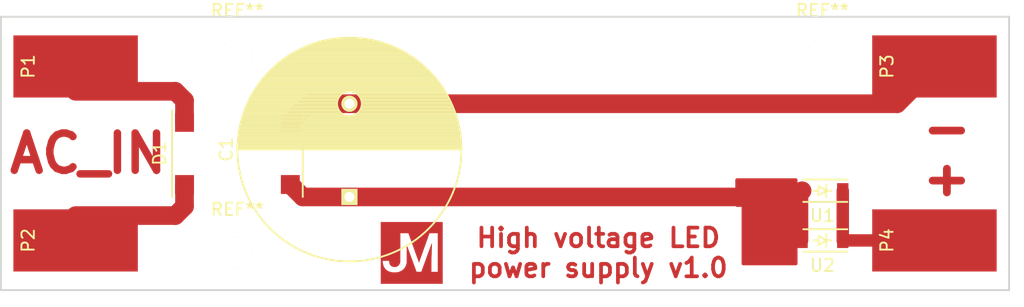
<source format=kicad_pcb>
(kicad_pcb (version 4) (host pcbnew 4.0.2-stable)

  (general
    (links 0)
    (no_connects 9)
    (area 0 0 0 0)
    (thickness 1.6)
    (drawings 7)
    (tracks 17)
    (zones 0)
    (modules 12)
    (nets 6)
  )

  (page A4)
  (layers
    (0 F.Cu signal)
    (31 B.Cu signal)
    (32 B.Adhes user)
    (33 F.Adhes user)
    (34 B.Paste user)
    (35 F.Paste user)
    (36 B.SilkS user)
    (37 F.SilkS user)
    (38 B.Mask user)
    (39 F.Mask user)
    (40 Dwgs.User user)
    (41 Cmts.User user)
    (42 Eco1.User user)
    (43 Eco2.User user)
    (44 Edge.Cuts user)
    (45 Margin user)
    (46 B.CrtYd user)
    (47 F.CrtYd user)
    (48 B.Fab user)
    (49 F.Fab user)
  )

  (setup
    (last_trace_width 1.5)
    (trace_clearance 0.2)
    (zone_clearance 1)
    (zone_45_only no)
    (trace_min 0.2)
    (segment_width 0.2)
    (edge_width 0.15)
    (via_size 0.6)
    (via_drill 0.4)
    (via_min_size 0.4)
    (via_min_drill 0.3)
    (uvia_size 0.3)
    (uvia_drill 0.1)
    (uvias_allowed no)
    (uvia_min_size 0.2)
    (uvia_min_drill 0.1)
    (pcb_text_width 0.3)
    (pcb_text_size 1.5 1.5)
    (mod_edge_width 0.15)
    (mod_text_size 1 1)
    (mod_text_width 0.15)
    (pad_size 1.524 1.524)
    (pad_drill 0.762)
    (pad_to_mask_clearance 0.2)
    (aux_axis_origin 172 104)
    (visible_elements FFFFFF7F)
    (pcbplotparams
      (layerselection 0x00030_80000001)
      (usegerberextensions false)
      (excludeedgelayer true)
      (linewidth 0.100000)
      (plotframeref false)
      (viasonmask false)
      (mode 1)
      (useauxorigin false)
      (hpglpennumber 1)
      (hpglpenspeed 20)
      (hpglpendiameter 15)
      (hpglpenoverlay 2)
      (psnegative false)
      (psa4output false)
      (plotreference true)
      (plotvalue true)
      (plotinvisibletext false)
      (padsonsilk false)
      (subtractmaskfromsilk false)
      (outputformat 1)
      (mirror false)
      (drillshape 1)
      (scaleselection 1)
      (outputdirectory ""))
  )

  (net 0 "")
  (net 1 "Net-(C1-Pad1)")
  (net 2 /NEG_OUT)
  (net 3 /AC_IN2)
  (net 4 /AC_IN1)
  (net 5 /POS_OUT)

  (net_class Default "Toto je výchozí třída sítě."
    (clearance 0.2)
    (trace_width 1.5)
    (via_dia 0.6)
    (via_drill 0.4)
    (uvia_dia 0.3)
    (uvia_drill 0.1)
    (add_net /AC_IN1)
    (add_net /AC_IN2)
    (add_net /NEG_OUT)
    (add_net /POS_OUT)
    (add_net "Net-(C1-Pad1)")
  )

  (module Mounting_Holes:MountingHole_2.5mm (layer F.Cu) (tedit 56D1B4CB) (tstamp 5710BB23)
    (at 217 96)
    (descr "Mounting Hole 2.5mm, no annular")
    (tags "mounting hole 2.5mm no annular")
    (fp_text reference REF** (at 0 -3.5) (layer F.SilkS)
      (effects (font (size 1 1) (thickness 0.15)))
    )
    (fp_text value MountingHole_2.5mm (at 0 3.5) (layer F.Fab)
      (effects (font (size 1 1) (thickness 0.15)))
    )
    (fp_circle (center 0 0) (end 2.5 0) (layer Cmts.User) (width 0.15))
    (fp_circle (center 0 0) (end 2.75 0) (layer F.CrtYd) (width 0.05))
    (pad 1 np_thru_hole circle (at 0 0) (size 2.5 2.5) (drill 2.5) (layers *.Cu *.Mask F.SilkS))
  )

  (module Mounting_Holes:MountingHole_2.5mm (layer F.Cu) (tedit 56D1B4CB) (tstamp 5710BB1B)
    (at 170 96)
    (descr "Mounting Hole 2.5mm, no annular")
    (tags "mounting hole 2.5mm no annular")
    (fp_text reference REF** (at 0 -3.5) (layer F.SilkS)
      (effects (font (size 1 1) (thickness 0.15)))
    )
    (fp_text value MountingHole_2.5mm (at 0 3.5) (layer F.Fab)
      (effects (font (size 1 1) (thickness 0.15)))
    )
    (fp_circle (center 0 0) (end 2.5 0) (layer Cmts.User) (width 0.15))
    (fp_circle (center 0 0) (end 2.75 0) (layer F.CrtYd) (width 0.05))
    (pad 1 np_thru_hole circle (at 0 0) (size 2.5 2.5) (drill 2.5) (layers *.Cu *.Mask F.SilkS))
  )

  (module Capacitors_ThroughHole:C_Radial_D18_L36_P7.5 (layer F.Cu) (tedit 556D2B3A) (tstamp 5710B73D)
    (at 179 107.5 90)
    (descr "Radial Electrolytic Capacitor Diameter 18mm x Length 36mm, Pitch 7.5mm")
    (tags "Electrolytic Capacitor")
    (path /5710ADAC)
    (fp_text reference C1 (at 3.81 -9.906 90) (layer F.SilkS)
      (effects (font (size 1 1) (thickness 0.15)))
    )
    (fp_text value 120uF@400V (at 3.81 10.16 90) (layer F.Fab)
      (effects (font (size 1 1) (thickness 0.15)))
    )
    (fp_line (start 12.6492 -1.4732) (end 12.6746 1.3462) (layer F.SilkS) (width 0.15))
    (fp_line (start 12.5476 2.0828) (end 12.5222 -2.0574) (layer F.SilkS) (width 0.15))
    (fp_line (start 12.4206 -2.5908) (end 12.4206 2.4892) (layer F.SilkS) (width 0.15))
    (fp_line (start 12.2936 2.9464) (end 12.2936 -2.8956) (layer F.SilkS) (width 0.15))
    (fp_line (start 12.1666 -3.2766) (end 12.1666 3.2512) (layer F.SilkS) (width 0.15))
    (fp_line (start 12.0396 3.5814) (end 12.0396 -3.556) (layer F.SilkS) (width 0.15))
    (fp_line (start 11.9126 -3.8862) (end 11.9126 3.8354) (layer F.SilkS) (width 0.15))
    (fp_line (start 11.7856 4.1402) (end 11.7856 -4.1148) (layer F.SilkS) (width 0.15))
    (fp_line (start 11.6586 4.3942) (end 11.6586 -4.318) (layer F.SilkS) (width 0.15))
    (fp_line (start 3.825 -9) (end 3.825 9) (layer F.SilkS) (width 0.15))
    (fp_line (start 3.965 -8.997) (end 3.965 8.997) (layer F.SilkS) (width 0.15))
    (fp_line (start 4.105 -8.992) (end 4.105 8.992) (layer F.SilkS) (width 0.15))
    (fp_line (start 4.245 -8.985) (end 4.245 8.985) (layer F.SilkS) (width 0.15))
    (fp_line (start 4.385 -8.975) (end 4.385 8.975) (layer F.SilkS) (width 0.15))
    (fp_line (start 4.525 -8.962) (end 4.525 8.962) (layer F.SilkS) (width 0.15))
    (fp_line (start 4.665 -8.948) (end 4.665 8.948) (layer F.SilkS) (width 0.15))
    (fp_line (start 4.805 -8.93) (end 4.805 8.93) (layer F.SilkS) (width 0.15))
    (fp_line (start 4.945 -8.91) (end 4.945 8.91) (layer F.SilkS) (width 0.15))
    (fp_line (start 5.085 -8.888) (end 5.085 8.888) (layer F.SilkS) (width 0.15))
    (fp_line (start 5.225 -8.863) (end 5.225 8.863) (layer F.SilkS) (width 0.15))
    (fp_line (start 5.365 -8.835) (end 5.365 8.835) (layer F.SilkS) (width 0.15))
    (fp_line (start 5.505 -8.805) (end 5.505 8.805) (layer F.SilkS) (width 0.15))
    (fp_line (start 5.645 -8.772) (end 5.645 8.772) (layer F.SilkS) (width 0.15))
    (fp_line (start 5.785 -8.737) (end 5.785 8.737) (layer F.SilkS) (width 0.15))
    (fp_line (start 5.925 -8.699) (end 5.925 8.699) (layer F.SilkS) (width 0.15))
    (fp_line (start 6.065 -8.658) (end 6.065 8.658) (layer F.SilkS) (width 0.15))
    (fp_line (start 6.205 -8.614) (end 6.205 8.614) (layer F.SilkS) (width 0.15))
    (fp_line (start 6.345 -8.567) (end 6.345 8.567) (layer F.SilkS) (width 0.15))
    (fp_line (start 6.485 -8.518) (end 6.485 8.518) (layer F.SilkS) (width 0.15))
    (fp_line (start 6.625 -8.466) (end 6.625 -0.484) (layer F.SilkS) (width 0.15))
    (fp_line (start 6.625 0.484) (end 6.625 8.466) (layer F.SilkS) (width 0.15))
    (fp_line (start 6.765 -8.45) (end 6.765 -0.678) (layer F.SilkS) (width 0.15))
    (fp_line (start 6.765 0.678) (end 6.765 8.41) (layer F.SilkS) (width 0.15))
    (fp_line (start 6.905 -8.4) (end 6.905 -0.804) (layer F.SilkS) (width 0.15))
    (fp_line (start 6.905 0.804) (end 6.905 8.38) (layer F.SilkS) (width 0.15))
    (fp_line (start 7.045 -8.35) (end 7.045 -0.89) (layer F.SilkS) (width 0.15))
    (fp_line (start 7.045 0.89) (end 7.045 8.35) (layer F.SilkS) (width 0.15))
    (fp_line (start 7.185 -8.25) (end 7.185 -0.949) (layer F.SilkS) (width 0.15))
    (fp_line (start 7.185 0.949) (end 7.185 8.33) (layer F.SilkS) (width 0.15))
    (fp_line (start 7.325 -8.25) (end 7.325 -0.985) (layer F.SilkS) (width 0.15))
    (fp_line (start 7.325 0.985) (end 7.325 8.28) (layer F.SilkS) (width 0.15))
    (fp_line (start 7.465 -8.185) (end 7.465 -0.999) (layer F.SilkS) (width 0.15))
    (fp_line (start 7.465 0.999) (end 7.465 8.2) (layer F.SilkS) (width 0.15))
    (fp_line (start 7.605 -8.15) (end 7.605 -0.994) (layer F.SilkS) (width 0.15))
    (fp_line (start 7.605 0.994) (end 7.605 8.15) (layer F.SilkS) (width 0.15))
    (fp_line (start 7.745 -8.1) (end 7.745 -0.97) (layer F.SilkS) (width 0.15))
    (fp_line (start 7.745 0.97) (end 7.745 8.05) (layer F.SilkS) (width 0.15))
    (fp_line (start 7.885 -8) (end 7.885 -0.923) (layer F.SilkS) (width 0.15))
    (fp_line (start 7.885 0.923) (end 7.885 7.95) (layer F.SilkS) (width 0.15))
    (fp_line (start 8.025 -7.9) (end 8.025 -0.851) (layer F.SilkS) (width 0.15))
    (fp_line (start 8.025 0.851) (end 8.025 7.87) (layer F.SilkS) (width 0.15))
    (fp_line (start 8.165 -7.8) (end 8.165 -0.747) (layer F.SilkS) (width 0.15))
    (fp_line (start 8.165 0.747) (end 8.165 7.85) (layer F.SilkS) (width 0.15))
    (fp_line (start 8.305 -7.75) (end 8.305 -0.593) (layer F.SilkS) (width 0.15))
    (fp_line (start 8.305 0.593) (end 8.305 7.78) (layer F.SilkS) (width 0.15))
    (fp_line (start 8.445 -7.7) (end 8.445 -0.327) (layer F.SilkS) (width 0.15))
    (fp_line (start 8.445 0.327) (end 8.445 7.7) (layer F.SilkS) (width 0.15))
    (fp_line (start 8.585 -7.6) (end 8.585 7.6) (layer F.SilkS) (width 0.15))
    (fp_line (start 8.725 -7.5) (end 8.725 7.5) (layer F.SilkS) (width 0.15))
    (fp_line (start 8.865 -7.4) (end 8.865 7.4) (layer F.SilkS) (width 0.15))
    (fp_line (start 9.005 -7.3) (end 9.005 7.3) (layer F.SilkS) (width 0.15))
    (fp_line (start 9.145 -7.2) (end 9.145 7.2) (layer F.SilkS) (width 0.15))
    (fp_line (start 9.285 -7.1) (end 9.285 7.1) (layer F.SilkS) (width 0.15))
    (fp_line (start 9.425 -7) (end 9.425 7) (layer F.SilkS) (width 0.15))
    (fp_line (start 9.565 -6.9) (end 9.565 6.9) (layer F.SilkS) (width 0.15))
    (fp_line (start 9.705 -6.8) (end 9.705 6.8) (layer F.SilkS) (width 0.15))
    (fp_line (start 9.845 -6.6) (end 9.845 6.6) (layer F.SilkS) (width 0.15))
    (fp_line (start 9.985 -6.5) (end 9.985 6.5) (layer F.SilkS) (width 0.15))
    (fp_line (start 10.125 -6.4) (end 10.125 6.4) (layer F.SilkS) (width 0.15))
    (fp_line (start 10.265 -6.2) (end 10.265 6.2) (layer F.SilkS) (width 0.15))
    (fp_line (start 10.405 -6.1) (end 10.405 6.1) (layer F.SilkS) (width 0.15))
    (fp_line (start 10.545 -5.9) (end 10.545 5.9) (layer F.SilkS) (width 0.15))
    (fp_line (start 10.685 -5.8) (end 10.685 5.8) (layer F.SilkS) (width 0.15))
    (fp_line (start 10.825 -5.6) (end 10.825 5.6) (layer F.SilkS) (width 0.15))
    (fp_line (start 10.965 -5.45) (end 10.965 5.45) (layer F.SilkS) (width 0.15))
    (fp_line (start 11.105 -5.25) (end 11.105 5.25) (layer F.SilkS) (width 0.15))
    (fp_line (start 11.245 -5.05) (end 11.245 5.05) (layer F.SilkS) (width 0.15))
    (fp_line (start 11.385 -4.8) (end 11.385 4.8) (layer F.SilkS) (width 0.15))
    (fp_line (start 11.525 -4.6) (end 11.525 4.6) (layer F.SilkS) (width 0.15))
    (fp_circle (center 7.5 0) (end 7.5 -1) (layer F.SilkS) (width 0.15))
    (fp_circle (center 3.81 0) (end 3.81 -9) (layer F.SilkS) (width 0.15))
    (fp_circle (center 3.81 0) (end 3.81 -9.3) (layer F.CrtYd) (width 0.05))
    (pad 1 thru_hole rect (at 0 0 90) (size 1.3 1.3) (drill 0.8) (layers *.Cu *.Mask F.SilkS)
      (net 1 "Net-(C1-Pad1)"))
    (pad 2 thru_hole circle (at 7.5 0 90) (size 1.3 1.3) (drill 0.8) (layers *.Cu *.Mask F.SilkS)
      (net 2 /NEG_OUT))
    (model Capacitors_ThroughHole.3dshapes/C_Radial_D18_L36_P7.5.wrl
      (at (xyz 0 0 0))
      (scale (xyz 1 1 1))
      (rotate (xyz 0 0 0))
    )
  )

  (module yaqwsx:DB207S (layer F.Cu) (tedit 5710B4E1) (tstamp 5710B74C)
    (at 170 104 270)
    (path /5710AF21)
    (fp_text reference D1 (at 0 6.25 270) (layer F.SilkS)
      (effects (font (size 1 1) (thickness 0.15)))
    )
    (fp_text value DB207S (at 0 -6.25 270) (layer F.Fab)
      (effects (font (size 1 1) (thickness 0.15)))
    )
    (fp_line (start -3.75 -5.5) (end 3.75 -5.5) (layer F.CrtYd) (width 0.05))
    (fp_line (start 3.75 -5.5) (end 3.75 5.5) (layer F.CrtYd) (width 0.05))
    (fp_line (start 3.75 5.5) (end -3.75 5.5) (layer F.CrtYd) (width 0.05))
    (fp_line (start -3.75 5.5) (end -3.75 -5.5) (layer F.CrtYd) (width 0.05))
    (fp_line (start -3.5 5.25) (end 3.5 5.25) (layer F.SilkS) (width 0.15))
    (fp_line (start -3.5 -3.25) (end -3.5 -5.25) (layer F.SilkS) (width 0.15))
    (fp_line (start -3.5 -5.25) (end 3.5 -5.25) (layer F.SilkS) (width 0.15))
    (pad 3 smd rect (at 2.5 -4.25 270) (size 1.52 1.52) (layers F.Cu F.Paste F.Mask)
      (net 1 "Net-(C1-Pad1)"))
    (pad 4 smd rect (at 2.5 4.25 270) (size 1.52 1.52) (layers F.Cu F.Paste F.Mask)
      (net 3 /AC_IN2))
    (pad 2 smd rect (at -2.5 4.25 270) (size 1.52 1.52) (layers F.Cu F.Paste F.Mask)
      (net 4 /AC_IN1))
    (pad 1 smd rect (at -2.5 -4.25 270) (size 1.52 1.52) (layers F.Cu F.Paste F.Mask)
      (net 2 /NEG_OUT))
  )

  (module Wire_Pads:SolderWirePad_single_SMD_5x10mm (layer F.Cu) (tedit 5640A485) (tstamp 5710B755)
    (at 157 97 90)
    (descr "Wire Pad, Square, SMD Pad,  5mm x 10mm,")
    (tags "MesurementPoint Square SMDPad 5mmx10mm ")
    (path /5710B7A2)
    (attr smd)
    (fp_text reference P1 (at 0 -3.81 90) (layer F.SilkS)
      (effects (font (size 1 1) (thickness 0.15)))
    )
    (fp_text value CONN_01X01 (at 0 6.35 90) (layer F.Fab)
      (effects (font (size 1 1) (thickness 0.15)))
    )
    (fp_line (start 2.75 -5.25) (end -2.75 -5.25) (layer F.CrtYd) (width 0.05))
    (fp_line (start 2.75 5.25) (end 2.75 -5.25) (layer F.CrtYd) (width 0.05))
    (fp_line (start -2.75 5.25) (end 2.75 5.25) (layer F.CrtYd) (width 0.05))
    (fp_line (start -2.75 -5.25) (end -2.75 5.25) (layer F.CrtYd) (width 0.05))
    (pad 1 smd rect (at 0 0 90) (size 5 10) (layers F.Cu F.Paste F.Mask)
      (net 4 /AC_IN1))
  )

  (module Wire_Pads:SolderWirePad_single_SMD_5x10mm (layer F.Cu) (tedit 5640A485) (tstamp 5710B75E)
    (at 157 111 90)
    (descr "Wire Pad, Square, SMD Pad,  5mm x 10mm,")
    (tags "MesurementPoint Square SMDPad 5mmx10mm ")
    (path /5710B849)
    (attr smd)
    (fp_text reference P2 (at 0 -3.81 90) (layer F.SilkS)
      (effects (font (size 1 1) (thickness 0.15)))
    )
    (fp_text value CONN_01X01 (at 0 6.35 90) (layer F.Fab)
      (effects (font (size 1 1) (thickness 0.15)))
    )
    (fp_line (start 2.75 -5.25) (end -2.75 -5.25) (layer F.CrtYd) (width 0.05))
    (fp_line (start 2.75 5.25) (end 2.75 -5.25) (layer F.CrtYd) (width 0.05))
    (fp_line (start -2.75 5.25) (end 2.75 5.25) (layer F.CrtYd) (width 0.05))
    (fp_line (start -2.75 -5.25) (end -2.75 5.25) (layer F.CrtYd) (width 0.05))
    (pad 1 smd rect (at 0 0 90) (size 5 10) (layers F.Cu F.Paste F.Mask)
      (net 3 /AC_IN2))
  )

  (module Wire_Pads:SolderWirePad_single_SMD_5x10mm (layer F.Cu) (tedit 5640A485) (tstamp 5710B767)
    (at 226 97 90)
    (descr "Wire Pad, Square, SMD Pad,  5mm x 10mm,")
    (tags "MesurementPoint Square SMDPad 5mmx10mm ")
    (path /5710B90C)
    (attr smd)
    (fp_text reference P3 (at 0 -3.81 90) (layer F.SilkS)
      (effects (font (size 1 1) (thickness 0.15)))
    )
    (fp_text value CONN_01X01 (at 0 6.35 90) (layer F.Fab)
      (effects (font (size 1 1) (thickness 0.15)))
    )
    (fp_line (start 2.75 -5.25) (end -2.75 -5.25) (layer F.CrtYd) (width 0.05))
    (fp_line (start 2.75 5.25) (end 2.75 -5.25) (layer F.CrtYd) (width 0.05))
    (fp_line (start -2.75 5.25) (end 2.75 5.25) (layer F.CrtYd) (width 0.05))
    (fp_line (start -2.75 -5.25) (end -2.75 5.25) (layer F.CrtYd) (width 0.05))
    (pad 1 smd rect (at 0 0 90) (size 5 10) (layers F.Cu F.Paste F.Mask)
      (net 2 /NEG_OUT))
  )

  (module Wire_Pads:SolderWirePad_single_SMD_5x10mm (layer F.Cu) (tedit 5640A485) (tstamp 5710B770)
    (at 226 111 90)
    (descr "Wire Pad, Square, SMD Pad,  5mm x 10mm,")
    (tags "MesurementPoint Square SMDPad 5mmx10mm ")
    (path /5710B935)
    (attr smd)
    (fp_text reference P4 (at 0 -3.81 90) (layer F.SilkS)
      (effects (font (size 1 1) (thickness 0.15)))
    )
    (fp_text value CONN_01X01 (at 0 6.35 90) (layer F.Fab)
      (effects (font (size 1 1) (thickness 0.15)))
    )
    (fp_line (start 2.75 -5.25) (end -2.75 -5.25) (layer F.CrtYd) (width 0.05))
    (fp_line (start 2.75 5.25) (end 2.75 -5.25) (layer F.CrtYd) (width 0.05))
    (fp_line (start -2.75 5.25) (end 2.75 5.25) (layer F.CrtYd) (width 0.05))
    (fp_line (start -2.75 -5.25) (end -2.75 5.25) (layer F.CrtYd) (width 0.05))
    (pad 1 smd rect (at 0 0 90) (size 5 10) (layers F.Cu F.Paste F.Mask)
      (net 5 /POS_OUT))
  )

  (module Diodes_SMD:SOD-123 (layer F.Cu) (tedit 5530FCB9) (tstamp 5710B782)
    (at 217 107 180)
    (descr SOD-123)
    (tags SOD-123)
    (path /5710B0AF)
    (attr smd)
    (fp_text reference U1 (at 0 -2 180) (layer F.SilkS)
      (effects (font (size 1 1) (thickness 0.15)))
    )
    (fp_text value NSI45030AT1G (at 0 2.1 180) (layer F.Fab)
      (effects (font (size 1 1) (thickness 0.15)))
    )
    (fp_line (start 0.3175 0) (end 0.6985 0) (layer F.SilkS) (width 0.15))
    (fp_line (start -0.6985 0) (end -0.3175 0) (layer F.SilkS) (width 0.15))
    (fp_line (start -0.3175 0) (end 0.3175 -0.381) (layer F.SilkS) (width 0.15))
    (fp_line (start 0.3175 -0.381) (end 0.3175 0.381) (layer F.SilkS) (width 0.15))
    (fp_line (start 0.3175 0.381) (end -0.3175 0) (layer F.SilkS) (width 0.15))
    (fp_line (start -0.3175 -0.508) (end -0.3175 0.508) (layer F.SilkS) (width 0.15))
    (fp_line (start -2.25 -1.05) (end 2.25 -1.05) (layer F.CrtYd) (width 0.05))
    (fp_line (start 2.25 -1.05) (end 2.25 1.05) (layer F.CrtYd) (width 0.05))
    (fp_line (start 2.25 1.05) (end -2.25 1.05) (layer F.CrtYd) (width 0.05))
    (fp_line (start -2.25 -1.05) (end -2.25 1.05) (layer F.CrtYd) (width 0.05))
    (fp_line (start -2 0.9) (end 1.54 0.9) (layer F.SilkS) (width 0.15))
    (fp_line (start -2 -0.9) (end 1.54 -0.9) (layer F.SilkS) (width 0.15))
    (pad 1 smd rect (at -1.635 0 180) (size 0.91 1.22) (layers F.Cu F.Paste F.Mask)
      (net 5 /POS_OUT))
    (pad 2 smd rect (at 1.635 0 180) (size 0.91 1.22) (layers F.Cu F.Paste F.Mask)
      (net 1 "Net-(C1-Pad1)"))
  )

  (module Diodes_SMD:SOD-123 (layer F.Cu) (tedit 5530FCB9) (tstamp 5710B794)
    (at 217 111 180)
    (descr SOD-123)
    (tags SOD-123)
    (path /5710B1F6)
    (attr smd)
    (fp_text reference U2 (at 0 -2 180) (layer F.SilkS)
      (effects (font (size 1 1) (thickness 0.15)))
    )
    (fp_text value NSI45030AT1G (at 0 2.1 180) (layer F.Fab)
      (effects (font (size 1 1) (thickness 0.15)))
    )
    (fp_line (start 0.3175 0) (end 0.6985 0) (layer F.SilkS) (width 0.15))
    (fp_line (start -0.6985 0) (end -0.3175 0) (layer F.SilkS) (width 0.15))
    (fp_line (start -0.3175 0) (end 0.3175 -0.381) (layer F.SilkS) (width 0.15))
    (fp_line (start 0.3175 -0.381) (end 0.3175 0.381) (layer F.SilkS) (width 0.15))
    (fp_line (start 0.3175 0.381) (end -0.3175 0) (layer F.SilkS) (width 0.15))
    (fp_line (start -0.3175 -0.508) (end -0.3175 0.508) (layer F.SilkS) (width 0.15))
    (fp_line (start -2.25 -1.05) (end 2.25 -1.05) (layer F.CrtYd) (width 0.05))
    (fp_line (start 2.25 -1.05) (end 2.25 1.05) (layer F.CrtYd) (width 0.05))
    (fp_line (start 2.25 1.05) (end -2.25 1.05) (layer F.CrtYd) (width 0.05))
    (fp_line (start -2.25 -1.05) (end -2.25 1.05) (layer F.CrtYd) (width 0.05))
    (fp_line (start -2 0.9) (end 1.54 0.9) (layer F.SilkS) (width 0.15))
    (fp_line (start -2 -0.9) (end 1.54 -0.9) (layer F.SilkS) (width 0.15))
    (pad 1 smd rect (at -1.635 0 180) (size 0.91 1.22) (layers F.Cu F.Paste F.Mask)
      (net 5 /POS_OUT))
    (pad 2 smd rect (at 1.635 0 180) (size 0.91 1.22) (layers F.Cu F.Paste F.Mask)
      (net 1 "Net-(C1-Pad1)"))
  )

  (module yaqwsx:JM_5 (layer F.Cu) (tedit 0) (tstamp 5710BA98)
    (at 184 112)
    (fp_text reference G*** (at 0 0) (layer F.Cu) hide
      (effects (font (thickness 0.3)))
    )
    (fp_text value LOGO (at 0.75 0) (layer F.Cu) hide
      (effects (font (thickness 0.3)))
    )
    (fp_poly (pts (xy 2.487448 2.487448) (xy -2.478689 2.487448) (xy -2.478689 0.639379) (xy -2.332469 0.639379)
      (xy -2.326805 0.733535) (xy -2.311529 0.866624) (xy -2.282448 0.989552) (xy -2.239765 1.101996)
      (xy -2.183684 1.203635) (xy -2.114409 1.294146) (xy -2.032142 1.373209) (xy -1.937086 1.4405)
      (xy -1.85161 1.485809) (xy -1.802239 1.505657) (xy -1.741544 1.525547) (xy -1.675633 1.543763)
      (xy -1.610611 1.558588) (xy -1.563414 1.566841) (xy -1.518079 1.571373) (xy -1.460408 1.574179)
      (xy -1.395361 1.5753) (xy -1.327895 1.574775) (xy -1.262971 1.572641) (xy -1.205546 1.568938)
      (xy -1.160582 1.563706) (xy -1.160319 1.563664) (xy -1.035228 1.535467) (xy -0.918457 1.493135)
      (xy -0.811095 1.437337) (xy -0.714229 1.368744) (xy -0.62895 1.288028) (xy -0.556345 1.19586)
      (xy -0.551465 1.18854) (xy -0.503993 1.108607) (xy -0.465261 1.024925) (xy -0.43275 0.931771)
      (xy -0.421868 0.894026) (xy -0.398838 0.810173) (xy -0.393018 -0.626241) (xy -0.00103 0.451069)
      (xy 0.390959 1.528379) (xy 0.773702 1.528379) (xy 1.199213 0.359104) (xy 1.258195 0.197061)
      (xy 1.311493 0.05073) (xy 1.359397 -0.080645) (xy 1.402194 -0.19782) (xy 1.440172 -0.301553)
      (xy 1.47362 -0.392598) (xy 1.502825 -0.471713) (xy 1.528076 -0.539653) (xy 1.549661 -0.597175)
      (xy 1.567868 -0.645034) (xy 1.582985 -0.683988) (xy 1.595301 -0.714792) (xy 1.605104 -0.738202)
      (xy 1.612681 -0.754975) (xy 1.618322 -0.765867) (xy 1.622313 -0.771634) (xy 1.624944 -0.773032)
      (xy 1.626502 -0.770818) (xy 1.627276 -0.765747) (xy 1.627363 -0.76445) (xy 1.627485 -0.748009)
      (xy 1.626968 -0.715636) (xy 1.625859 -0.668904) (xy 1.624208 -0.609385) (xy 1.622062 -0.538653)
      (xy 1.61947 -0.458279) (xy 1.616481 -0.369836) (xy 1.613143 -0.274896) (xy 1.609504 -0.175032)
      (xy 1.607638 -0.125071) (xy 1.601902 0.032862) (xy 1.597155 0.177037) (xy 1.593324 0.311182)
      (xy 1.590333 0.439025) (xy 1.588111 0.564292) (xy 1.586581 0.690712) (xy 1.585672 0.822012)
      (xy 1.585307 0.961919) (xy 1.585292 1.000673) (xy 1.585311 1.532759) (xy 2.102069 1.532759)
      (xy 2.102069 -1.58531) (xy 1.767052 -1.585309) (xy 1.432035 -1.585307) (xy 1.012918 -0.409464)
      (xy 0.963695 -0.271438) (xy 0.916031 -0.137926) (xy 0.870261 -0.009859) (xy 0.826721 0.11183)
      (xy 0.785746 0.22621) (xy 0.747671 0.332346) (xy 0.712832 0.429308) (xy 0.681564 0.516162)
      (xy 0.654201 0.591977) (xy 0.631081 0.65582) (xy 0.612536 0.706758) (xy 0.598904 0.74386)
      (xy 0.590518 0.766193) (xy 0.587758 0.772877) (xy 0.58415 0.765567) (xy 0.575012 0.742685)
      (xy 0.560688 0.705168) (xy 0.541516 0.653949) (xy 0.517837 0.589963) (xy 0.489993 0.514144)
      (xy 0.458325 0.427426) (xy 0.423172 0.330744) (xy 0.384875 0.225032) (xy 0.343776 0.111224)
      (xy 0.300214 -0.009745) (xy 0.254531 -0.13694) (xy 0.207068 -0.269429) (xy 0.175765 -0.356985)
      (xy 0.127023 -0.493415) (xy 0.07971 -0.625827) (xy 0.034181 -0.75323) (xy -0.00921 -0.87463)
      (xy -0.050108 -0.989035) (xy -0.088158 -1.095454) (xy -0.123005 -1.192893) (xy -0.154294 -1.280361)
      (xy -0.18167 -1.356865) (xy -0.204779 -1.421413) (xy -0.223265 -1.473013) (xy -0.236773 -1.510673)
      (xy -0.24495 -1.5334) (xy -0.247101 -1.539327) (xy -0.264017 -1.58531) (xy -0.910464 -1.58531)
      (xy -0.912982 -0.422603) (xy -0.913355 -0.255565) (xy -0.913723 -0.105131) (xy -0.9141 0.029614)
      (xy -0.914498 0.149581) (xy -0.914932 0.255685) (xy -0.915415 0.34884) (xy -0.915959 0.429958)
      (xy -0.91658 0.499953) (xy -0.91729 0.559739) (xy -0.918102 0.610229) (xy -0.91903 0.652337)
      (xy -0.920088 0.686976) (xy -0.92129 0.71506) (xy -0.922647 0.737502) (xy -0.924175 0.755216)
      (xy -0.925886 0.769114) (xy -0.927794 0.780112) (xy -0.929913 0.789121) (xy -0.930905 0.792655)
      (xy -0.963924 0.880455) (xy -1.00779 0.956995) (xy -1.061482 1.020935) (xy -1.123979 1.070934)
      (xy -1.15674 1.089555) (xy -1.220301 1.116612) (xy -1.282472 1.132179) (xy -1.349679 1.137503)
      (xy -1.397 1.13619) (xy -1.486203 1.124127) (xy -1.565789 1.099406) (xy -1.634534 1.062612)
      (xy -1.691212 1.014332) (xy -1.716732 0.983186) (xy -1.744903 0.939092) (xy -1.766907 0.892737)
      (xy -1.783892 0.840469) (xy -1.797002 0.77864) (xy -1.807386 0.7036) (xy -1.808912 0.689742)
      (xy -1.814295 0.639379) (xy -2.332469 0.639379) (xy -2.478689 0.639379) (xy -2.478689 -2.478689)
      (xy 2.487448 -2.478689) (xy 2.487448 2.487448)) (layer F.Cu) (width 0.01))
  )

  (module Mounting_Holes:MountingHole_2.5mm (layer F.Cu) (tedit 56D1B4CB) (tstamp 5710BB19)
    (at 170 112)
    (descr "Mounting Hole 2.5mm, no annular")
    (tags "mounting hole 2.5mm no annular")
    (fp_text reference REF** (at 0 -3.5) (layer F.SilkS)
      (effects (font (size 1 1) (thickness 0.15)))
    )
    (fp_text value MountingHole_2.5mm (at 0 3.5) (layer F.Fab)
      (effects (font (size 1 1) (thickness 0.15)))
    )
    (fp_circle (center 0 0) (end 2.5 0) (layer Cmts.User) (width 0.15))
    (fp_circle (center 0 0) (end 2.75 0) (layer F.CrtYd) (width 0.05))
    (pad 1 np_thru_hole circle (at 0 0) (size 2.5 2.5) (drill 2.5) (layers *.Cu *.Mask F.SilkS))
  )

  (gr_text "High voltage LED\npower supply v1.0" (at 199 112) (layer F.Cu)
    (effects (font (size 1.5 1.5) (thickness 0.3)))
  )
  (gr_text "-\n+" (at 227 104) (layer F.Cu)
    (effects (font (size 2.5 3) (thickness 0.625)))
  )
  (gr_text AC_IN (at 158 104) (layer F.Cu)
    (effects (font (size 3 3) (thickness 0.6)))
  )
  (gr_line (start 232 93) (end 151 93) (layer Edge.Cuts) (width 0.15))
  (gr_line (start 232 115) (end 232 93) (layer Edge.Cuts) (width 0.15))
  (gr_line (start 151 115) (end 232 115) (layer Edge.Cuts) (width 0.15))
  (gr_line (start 151 93) (end 151 115) (layer Edge.Cuts) (width 0.15))

  (segment (start 179 107.5) (end 214.865 107.5) (width 1.5) (layer F.Cu) (net 1))
  (segment (start 214.865 107.5) (end 215.365 107) (width 1.5) (layer F.Cu) (net 1))
  (segment (start 179 107.5) (end 175.25 107.5) (width 1.5) (layer F.Cu) (net 1))
  (segment (start 175.25 107.5) (end 174.25 106.5) (width 1.5) (layer F.Cu) (net 1))
  (segment (start 215.365 107) (end 215.365 111) (width 1) (layer F.Cu) (net 1))
  (segment (start 179 100) (end 223 100) (width 1.5) (layer F.Cu) (net 2))
  (segment (start 223 100) (end 226 97) (width 1.5) (layer F.Cu) (net 2))
  (segment (start 179 100) (end 175.75 100) (width 1.5) (layer F.Cu) (net 2))
  (segment (start 175.75 100) (end 174.25 101.5) (width 1.5) (layer F.Cu) (net 2))
  (segment (start 157 109) (end 165.01 109) (width 1.5) (layer F.Cu) (net 3))
  (segment (start 165.01 109) (end 165.75 108.26) (width 1.5) (layer F.Cu) (net 3))
  (segment (start 165.75 108.26) (end 165.75 106.5) (width 1.5) (layer F.Cu) (net 3))
  (segment (start 165.75 99.74) (end 165.75 101.5) (width 1.5) (layer F.Cu) (net 4))
  (segment (start 165.01 99) (end 165.75 99.74) (width 1.5) (layer F.Cu) (net 4))
  (segment (start 157 99) (end 165.01 99) (width 1.5) (layer F.Cu) (net 4))
  (segment (start 218.635 107) (end 218.635 111) (width 1) (layer F.Cu) (net 5))
  (segment (start 226 111) (end 218.635 111) (width 1) (layer F.Cu) (net 5))

  (zone (net 1) (net_name "Net-(C1-Pad1)") (layer F.Cu) (tstamp 0) (hatch edge 0.508)
    (connect_pads yes (clearance 1))
    (min_thickness 0.254)
    (fill yes (arc_segments 16) (thermal_gap 0.508) (thermal_bridge_width 0.508))
    (polygon
      (pts
        (xy 215 106) (xy 210 106) (xy 210 113) (xy 215 113)
      )
    )
    (filled_polygon
      (pts
        (xy 214.873 112.873) (xy 210.634143 112.873) (xy 210.634143 108.173) (xy 210.127 108.173) (xy 210.127 106.127)
        (xy 214.873 106.127)
      )
    )
  )
)

</source>
